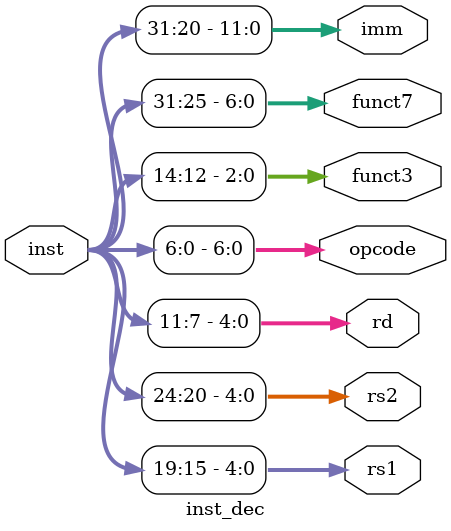
<source format=sv>
module inst_dec 
(
    input  logic [31:0] inst,
    output logic [ 4:0] rs1,
    output logic [ 4:0] rs2,
    output logic [ 4:0] rd,
    output logic [ 6:0] opcode,
    output logic [ 2:0] funct3,
    output logic [ 6:0] funct7,
    output logic [11:0] imm
);
    // to register file
    assign rd     = inst[11: 7];
    assign rs1    = inst[19:15];
    assign rs2    = inst[24:20];
    
    // to control unit
    assign opcode = inst[ 6: 0];
    assign funct3 = inst[14:12];
    assign funct7 = inst[31:25];

    // to immediate generator
    assign imm    = inst[31:20];

endmodule
</source>
